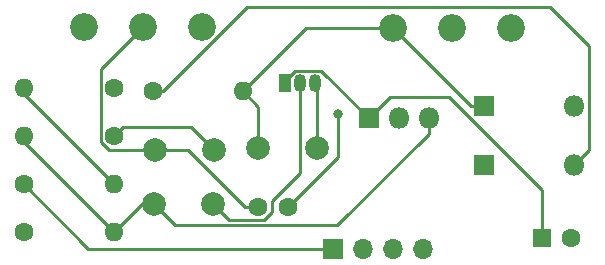
<source format=gbr>
%TF.GenerationSoftware,KiCad,Pcbnew,7.0.11+dfsg-1build4*%
%TF.CreationDate,2026-02-01T22:03:41-05:00*%
%TF.ProjectId,harmonicpercolator,6861726d-6f6e-4696-9370-6572636f6c61,rev?*%
%TF.SameCoordinates,Original*%
%TF.FileFunction,Copper,L1,Top*%
%TF.FilePolarity,Positive*%
%FSLAX46Y46*%
G04 Gerber Fmt 4.6, Leading zero omitted, Abs format (unit mm)*
G04 Created by KiCad (PCBNEW 7.0.11+dfsg-1build4) date 2026-02-01 22:03:41*
%MOMM*%
%LPD*%
G01*
G04 APERTURE LIST*
%TA.AperFunction,ComponentPad*%
%ADD10R,1.800000X1.800000*%
%TD*%
%TA.AperFunction,ComponentPad*%
%ADD11O,1.800000X1.800000*%
%TD*%
%TA.AperFunction,ComponentPad*%
%ADD12C,1.600000*%
%TD*%
%TA.AperFunction,ComponentPad*%
%ADD13O,1.600000X1.600000*%
%TD*%
%TA.AperFunction,ComponentPad*%
%ADD14C,2.340000*%
%TD*%
%TA.AperFunction,ComponentPad*%
%ADD15C,2.000000*%
%TD*%
%TA.AperFunction,ComponentPad*%
%ADD16R,1.700000X1.700000*%
%TD*%
%TA.AperFunction,ComponentPad*%
%ADD17O,1.700000X1.700000*%
%TD*%
%TA.AperFunction,ComponentPad*%
%ADD18R,1.050000X1.500000*%
%TD*%
%TA.AperFunction,ComponentPad*%
%ADD19O,1.050000X1.500000*%
%TD*%
%TA.AperFunction,ComponentPad*%
%ADD20R,1.600000X1.600000*%
%TD*%
%TA.AperFunction,ViaPad*%
%ADD21C,0.800000*%
%TD*%
%TA.AperFunction,Conductor*%
%ADD22C,0.250000*%
%TD*%
G04 APERTURE END LIST*
D10*
%TO.P,Q1,1,E*%
%TO.N,Net-(Q1-E)*%
X131953000Y-110871000D03*
D11*
%TO.P,Q1,2,B*%
%TO.N,Net-(Q1-B)*%
X134493000Y-110871000D03*
%TO.P,Q1,3,C*%
%TO.N,Net-(Q1-C)*%
X137033000Y-110871000D03*
%TD*%
D12*
%TO.P,R4,1*%
%TO.N,GND*%
X102743000Y-120523000D03*
D13*
%TO.P,R4,2*%
%TO.N,Net-(Q1-C)*%
X110363000Y-120523000D03*
%TD*%
D14*
%TO.P,RV2,1,1*%
%TO.N,GND*%
X144018000Y-103251000D03*
%TO.P,RV2,2,2*%
%TO.N,OUT*%
X139018000Y-103251000D03*
%TO.P,RV2,3,3*%
%TO.N,Net-(D1-K)*%
X134018000Y-103251000D03*
%TD*%
D15*
%TO.P,C5,1*%
%TO.N,Net-(D1-K)*%
X122595000Y-113411000D03*
%TO.P,C5,2*%
%TO.N,Net-(Q2-C)*%
X127595000Y-113411000D03*
%TD*%
D12*
%TO.P,C1,1*%
%TO.N,Net-(C1-Pad1)*%
X122595000Y-118364000D03*
%TO.P,C1,2*%
%TO.N,GND*%
X125095000Y-118364000D03*
%TD*%
D16*
%TO.P,J1,1,Pin_1*%
%TO.N,9V*%
X128905000Y-121920000D03*
D17*
%TO.P,J1,2,Pin_2*%
%TO.N,OUT*%
X131445000Y-121920000D03*
%TO.P,J1,3,Pin_3*%
%TO.N,IN*%
X133985000Y-121920000D03*
%TO.P,J1,4,Pin_4*%
%TO.N,GND*%
X136525000Y-121920000D03*
%TD*%
D18*
%TO.P,Q2,1,E*%
%TO.N,Net-(Q1-E)*%
X124841000Y-107929000D03*
D19*
%TO.P,Q2,2,B*%
%TO.N,Net-(Q2-B)*%
X126111000Y-107929000D03*
%TO.P,Q2,3,C*%
%TO.N,Net-(Q2-C)*%
X127381000Y-107929000D03*
%TD*%
D20*
%TO.P,C4,1*%
%TO.N,Net-(Q1-E)*%
X146598000Y-121031000D03*
D12*
%TO.P,C4,2*%
%TO.N,GND*%
X149098000Y-121031000D03*
%TD*%
D15*
%TO.P,C3,1*%
%TO.N,Net-(Q1-C)*%
X113745000Y-118110000D03*
%TO.P,C3,2*%
%TO.N,Net-(Q2-B)*%
X118745000Y-118110000D03*
%TD*%
%TO.P,C2,1*%
%TO.N,Net-(C1-Pad1)*%
X113832000Y-113538000D03*
%TO.P,C2,2*%
%TO.N,Net-(Q1-B)*%
X118832000Y-113538000D03*
%TD*%
D12*
%TO.P,R2,1*%
%TO.N,Net-(Q1-B)*%
X110363000Y-112395000D03*
D13*
%TO.P,R2,2*%
%TO.N,Net-(Q1-C)*%
X102743000Y-112395000D03*
%TD*%
D12*
%TO.P,R3,1*%
%TO.N,9V*%
X102743000Y-116459000D03*
D13*
%TO.P,R3,2*%
%TO.N,Net-(Q2-C)*%
X110363000Y-116459000D03*
%TD*%
D12*
%TO.P,R1,1*%
%TO.N,Net-(Q2-B)*%
X110363000Y-108331000D03*
D13*
%TO.P,R1,2*%
%TO.N,Net-(Q2-C)*%
X102743000Y-108331000D03*
%TD*%
D10*
%TO.P,D2,1,K*%
%TO.N,GND*%
X141732000Y-114808000D03*
D11*
%TO.P,D2,2,A*%
%TO.N,Net-(D2-A)*%
X149352000Y-114808000D03*
%TD*%
D12*
%TO.P,R5,1*%
%TO.N,Net-(D2-A)*%
X113665000Y-108585000D03*
D13*
%TO.P,R5,2*%
%TO.N,Net-(D1-K)*%
X121285000Y-108585000D03*
%TD*%
D14*
%TO.P,RV1,1,1*%
%TO.N,GND*%
X117856000Y-103124000D03*
%TO.P,RV1,2,2*%
%TO.N,Net-(C1-Pad1)*%
X112856000Y-103124000D03*
%TO.P,RV1,3,3*%
%TO.N,IN*%
X107856000Y-103124000D03*
%TD*%
D10*
%TO.P,D1,1,K*%
%TO.N,Net-(D1-K)*%
X141732000Y-109855000D03*
D11*
%TO.P,D1,2,A*%
%TO.N,GND*%
X149352000Y-109855000D03*
%TD*%
D21*
%TO.N,GND*%
X129300000Y-110500000D03*
%TD*%
D22*
%TO.N,GND*%
X125095000Y-118364000D02*
X129300000Y-114159000D01*
X129300000Y-114159000D02*
X129300000Y-110500000D01*
%TO.N,Net-(Q1-E)*%
X131953000Y-110871000D02*
X133724000Y-109100000D01*
X133724000Y-109100000D02*
X138700000Y-109100000D01*
X138700000Y-109100000D02*
X146598000Y-116998000D01*
X146598000Y-116998000D02*
X146598000Y-121031000D01*
%TO.N,Net-(Q1-C)*%
X137033000Y-110871000D02*
X137033000Y-112179148D01*
X137033000Y-112179148D02*
X129273148Y-119939000D01*
X129273148Y-119939000D02*
X115574000Y-119939000D01*
X115574000Y-119939000D02*
X113745000Y-118110000D01*
%TO.N,Net-(Q1-E)*%
X131953000Y-110871000D02*
X127936000Y-106854000D01*
X127936000Y-106854000D02*
X125691000Y-106854000D01*
X125691000Y-106854000D02*
X124841000Y-107704000D01*
X124841000Y-107704000D02*
X124841000Y-107929000D01*
%TO.N,Net-(C1-Pad1)*%
X116637630Y-113538000D02*
X113832000Y-113538000D01*
X109238000Y-106742000D02*
X112856000Y-103124000D01*
X121463630Y-118364000D02*
X116637630Y-113538000D01*
X113832000Y-113538000D02*
X109915009Y-113538000D01*
X109915009Y-113538000D02*
X109238000Y-112860991D01*
X122595000Y-118364000D02*
X121463630Y-118364000D01*
X109238000Y-112860991D02*
X109238000Y-106742000D01*
%TO.N,Net-(Q1-B)*%
X110363000Y-112395000D02*
X111162999Y-111595001D01*
X111162999Y-111595001D02*
X116889001Y-111595001D01*
X116889001Y-111595001D02*
X118832000Y-113538000D01*
%TO.N,Net-(Q1-C)*%
X102743000Y-112903000D02*
X102743000Y-112395000D01*
X110363000Y-120523000D02*
X102743000Y-112903000D01*
X112776000Y-118110000D02*
X113745000Y-118110000D01*
X110363000Y-120523000D02*
X112776000Y-118110000D01*
%TO.N,Net-(Q2-B)*%
X120124000Y-119489000D02*
X118745000Y-118110000D01*
X123720000Y-117898009D02*
X123720000Y-118829991D01*
X123060991Y-119489000D02*
X120124000Y-119489000D01*
X126111000Y-115507009D02*
X123720000Y-117898009D01*
X126111000Y-107929000D02*
X126111000Y-115507009D01*
X123720000Y-118829991D02*
X123060991Y-119489000D01*
%TO.N,Net-(D1-K)*%
X122595000Y-113411000D02*
X122595000Y-109895000D01*
X126619000Y-103251000D02*
X134018000Y-103251000D01*
X121285000Y-108585000D02*
X126619000Y-103251000D01*
X122595000Y-109895000D02*
X121285000Y-108585000D01*
X141732000Y-109855000D02*
X140622000Y-109855000D01*
X140622000Y-109855000D02*
X134018000Y-103251000D01*
%TO.N,Net-(Q2-C)*%
X102743000Y-108839000D02*
X102743000Y-108331000D01*
X110363000Y-116459000D02*
X102743000Y-108839000D01*
X127595000Y-108143000D02*
X127381000Y-107929000D01*
X127595000Y-113411000D02*
X127595000Y-108143000D01*
%TO.N,Net-(D2-A)*%
X114509250Y-108585000D02*
X113665000Y-108585000D01*
X150577000Y-113583000D02*
X150577000Y-104730000D01*
X150577000Y-104730000D02*
X147320000Y-101473000D01*
X147320000Y-101473000D02*
X121621250Y-101473000D01*
X121621250Y-101473000D02*
X114509250Y-108585000D01*
X149352000Y-114808000D02*
X150577000Y-113583000D01*
%TO.N,9V*%
X102743000Y-116459000D02*
X108204000Y-121920000D01*
X108204000Y-121920000D02*
X128905000Y-121920000D01*
%TD*%
M02*

</source>
